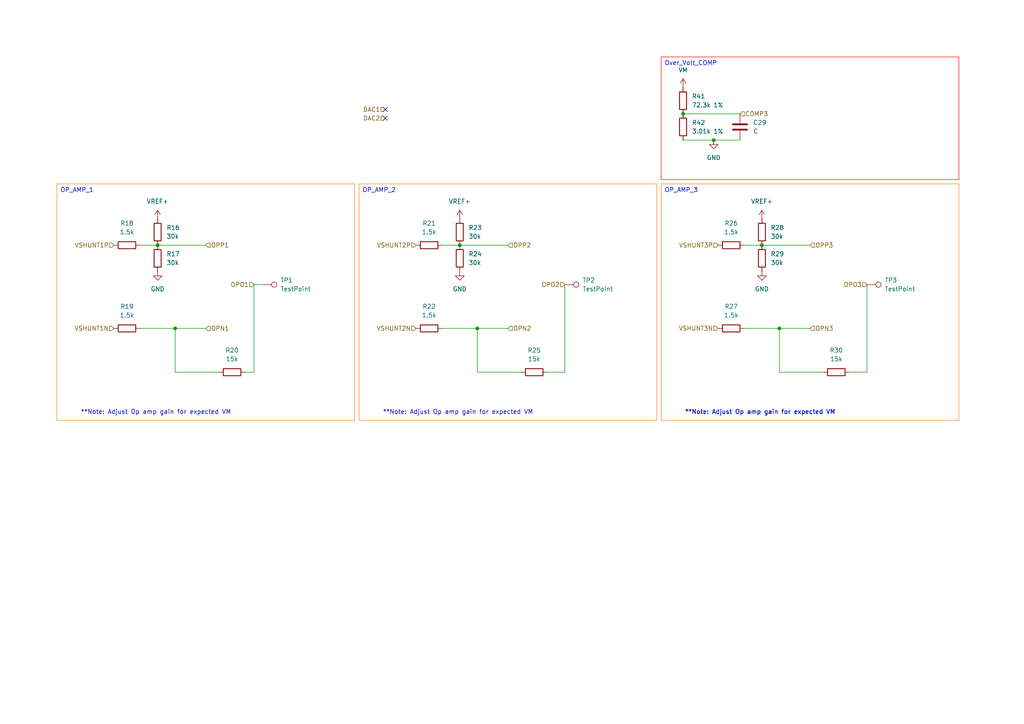
<source format=kicad_sch>
(kicad_sch (version 20231120) (generator "eeschema") (generator_version "8.0")
  (paper "A4")
  (lib_symbols
    (symbol "Connector:TestPoint" (pin_numbers hide) (pin_names (offset 0.762) hide)
      (property "Reference" "TP" (at 0 6.858 0))
      (property "Value" "TestPoint" (at 0 5.08 0))
      (symbol "TestPoint_0_1"
        (circle (center 0 3.302) (radius 0.762))
      )
      (symbol "TestPoint_1_1"
        (pin passive line (at 0 0 90) (length 2.54) (name "1") (number "1"))
      )
    )
    (symbol "Device:C" (pin_numbers hide) (pin_names (offset 0.254))
      (property "Reference" "C" (at 0.635 2.54 0))
      (property "Value" "C" (at 0.635 -2.54 0))
      (symbol "C_0_1"
        (polyline (pts (xy -2.032 -0.762) (xy 2.032 -0.762)) (stroke (width 0.508)))
        (polyline (pts (xy -2.032 0.762) (xy 2.032 0.762)) (stroke (width 0.508)))
      )
      (symbol "C_1_1"
        (pin passive line (at 0 3.81 270) (length 2.794) (name "~") (number "1"))
        (pin passive line (at 0 -3.81 90) (length 2.794) (name "~") (number "2"))
      )
    )
    (symbol "Device:R" (pin_numbers hide) (pin_names (offset 0))
      (property "Reference" "R" (at 2.032 0 90))
      (property "Value" "R" (at 0 0 90))
      (symbol "R_0_1"
        (rectangle (start -1.016 -2.54) (end 1.016 2.54) (stroke (width 0.254)))
      )
      (symbol "R_1_1"
        (pin passive line (at 0 3.81 270) (length 1.27) (name "~") (number "1"))
        (pin passive line (at 0 -3.81 90) (length 1.27) (name "~") (number "2"))
      )
    )
    (symbol "power:GND" (power) (pin_numbers hide) (pin_names (offset 0) hide)
      (property "Value" "GND" (at 0 -3.81 0))
      (symbol "GND_0_1"
        (polyline (pts (xy 0 0) (xy 0 -1.27) (xy 1.27 -1.27) (xy 0 -2.54) (xy -1.27 -1.27) (xy 0 -1.27)))
      )
      (symbol "GND_1_1"
        (pin power_in line (at 0 0 270) (length 0) (name "~") (number "1"))
      )
    )
    (symbol "power:VCC" (power) (pin_numbers hide) (pin_names (offset 0) hide)
      (property "Value" "VCC" (at 0 3.556 0))
      (symbol "VCC_0_1"
        (polyline (pts (xy -0.762 1.27) (xy 0 2.54)))
        (polyline (pts (xy 0 0) (xy 0 2.54)))
        (polyline (pts (xy 0 2.54) (xy 0.762 1.27)))
      )
      (symbol "VCC_1_1"
        (pin power_in line (at 0 0 90) (length 0) (name "~") (number "1"))
      )
    )
  )
  (junction (at 198.12 33.02))
  (junction (at 133.35 71.12))
  (junction (at 45.72 71.12))
  (junction (at 207.01 40.64))
  (junction (at 50.8 95.25))
  (junction (at 220.98 71.12))
  (junction (at 138.43 95.25))
  (junction (at 226.06 95.25))
  (no_connect (at 111.76 34.29))
  (no_connect (at 111.76 31.75))
  (wire (pts (xy 163.83 107.95) (xy 163.83 82.55)))
  (wire (pts (xy 220.98 71.12) (xy 234.95 71.12)))
  (wire (pts (xy 73.66 107.95) (xy 71.12 107.95)))
  (wire (pts (xy 238.76 107.95) (xy 226.06 107.95)))
  (wire (pts (xy 215.9 71.12) (xy 220.98 71.12)))
  (wire (pts (xy 50.8 95.25) (xy 59.69 95.25)))
  (wire (pts (xy 40.64 71.12) (xy 45.72 71.12)))
  (wire (pts (xy 198.12 40.64) (xy 207.01 40.64)))
  (wire (pts (xy 138.43 107.95) (xy 138.43 95.25)))
  (wire (pts (xy 128.27 71.12) (xy 133.35 71.12)))
  (wire (pts (xy 198.12 33.02) (xy 214.63 33.02)))
  (wire (pts (xy 73.66 82.55) (xy 76.2 82.55)))
  (wire (pts (xy 50.8 107.95) (xy 50.8 95.25)))
  (wire (pts (xy 251.46 107.95) (xy 251.46 82.55)))
  (wire (pts (xy 215.9 95.25) (xy 226.06 95.25)))
  (wire (pts (xy 128.27 95.25) (xy 138.43 95.25)))
  (wire (pts (xy 207.01 40.64) (xy 214.63 40.64)))
  (wire (pts (xy 163.83 107.95) (xy 158.75 107.95)))
  (wire (pts (xy 151.13 107.95) (xy 138.43 107.95)))
  (wire (pts (xy 45.72 71.12) (xy 59.69 71.12)))
  (wire (pts (xy 226.06 95.25) (xy 234.95 95.25)))
  (wire (pts (xy 251.46 107.95) (xy 246.38 107.95)))
  (wire (pts (xy 40.64 95.25) (xy 50.8 95.25)))
  (wire (pts (xy 73.66 107.95) (xy 73.66 82.55)))
  (wire (pts (xy 63.5 107.95) (xy 50.8 107.95)))
  (wire (pts (xy 138.43 95.25) (xy 147.32 95.25)))
  (wire (pts (xy 133.35 71.12) (xy 147.32 71.12)))
  (wire (pts (xy 226.06 107.95) (xy 226.06 95.25)))
  (text_box "OP_AMP_2\n" (at 104.14 53.34 0) (size 86.36 68.58) (stroke (width 0) (color 255 130 17 1)) (effects (font (size 1.27 1.27)) (justify left top)))
  (text_box "OP_AMP_1\n" (at 16.51 53.34 0) (size 86.36 68.58) (stroke (width 0) (color 255 130 17 1)) (effects (font (size 1.27 1.27)) (justify left top)))
  (text_box "Over_Volt_COMP\n" (at 191.77 16.51 0) (size 86.36 35.56) (stroke (width 0) (color 255 7 0 1)) (effects (font (size 1.27 1.27)) (justify left top)))
  (text_box "OP_AMP_3\n" (at 191.77 53.34 0) (size 86.36 68.58) (stroke (width 0) (color 255 130 17 1)) (effects (font (size 1.27 1.27)) (justify left top)))
  (text "**Note: Adjust Op amp gain for expected VM\n" (at 132.842 119.634 0) (effects (font (size 1.27 1.27))))
  (text "**Note: Adjust Op amp gain for expected VM\n" (at 45.212 119.634 0) (effects (font (size 1.27 1.27))))
  (text "**Note: Adjust Op amp gain for expected VM\n" (at 220.472 119.634 0) (effects (font (size 1.27 1.27))))
  (text "**Note: Adjust Op amp gain for expected VM\n" (at 220.472 119.634 0) (effects (font (size 1.27 1.27))))
  (hierarchical_label "OPO2" (shape input) (at 163.83 82.55 180))
  (hierarchical_label "VSHUNT2N" (shape input) (at 120.65 95.25 180))
  (hierarchical_label "OPO1" (shape input) (at 73.66 82.55 180))
  (hierarchical_label "VSHUNT3N" (shape input) (at 208.28 95.25 180))
  (hierarchical_label "OPP1" (shape input) (at 59.69 71.12 0))
  (hierarchical_label "OPO3" (shape input) (at 251.46 82.55 180))
  (hierarchical_label "DAC2" (shape input) (at 111.76 34.29 180))
  (hierarchical_label "OPP3" (shape input) (at 234.95 71.12 0))
  (hierarchical_label "VSHUNT3P" (shape input) (at 208.28 71.12 180))
  (hierarchical_label "COMP3" (shape input) (at 214.63 33.02 0))
  (hierarchical_label "VSHUNT2P" (shape input) (at 120.65 71.12 180))
  (hierarchical_label "VSHUNT1P" (shape input) (at 33.02 71.12 180))
  (hierarchical_label "VSHUNT1N" (shape input) (at 33.02 95.25 180))
  (hierarchical_label "OPP2" (shape input) (at 147.32 71.12 0))
  (hierarchical_label "DAC1" (shape input) (at 111.76 31.75 180))
  (hierarchical_label "OPN3" (shape input) (at 234.95 95.25 0))
  (hierarchical_label "OPN2" (shape input) (at 147.32 95.25 0))
  (hierarchical_label "OPN1" (shape input) (at 59.69 95.25 0))
  (symbol (lib_id "Device:C") (at 214.63 36.83 0) (unit 1)
    (property "Reference" "C29" (at 218.44 35.5599 0) (effects (justify left)))
    (property "Value" "C" (at 218.44 38.0999 0) (effects (justify left)))
    (property "Footprint" "Capacitor_SMD:C_0603_1608Metric_Pad1.08x0.95mm_HandSolder" (effects (hide yes)))
    (property "Description" "Unpolarized capacitor" (effects (hide yes)))
  )
  (symbol (lib_id "power:GND") (at 133.35 78.74 0) (unit 1)
    (property "Reference" "#PWR043" (effects (hide yes)))
    (property "Value" "GND" (at 133.35 83.82 0))
    (property "Description" "Power symbol creates a global label with name \"GND\" , ground" (effects (hide yes)))
  )
  (symbol (lib_id "Device:R") (at 212.09 95.25 90) (unit 1)
    (property "Reference" "R27" (at 212.09 88.9 90))
    (property "Value" "1.5k" (at 212.09 91.44 90))
    (property "Footprint" "Resistor_SMD:R_0603_1608Metric" (effects (hide yes)))
    (property "Description" "Resistor" (effects (hide yes)))
  )
  (symbol (lib_id "power:VCC") (at 45.72 63.5 0) (unit 1)
    (property "Reference" "#PWR040" (effects (hide yes)))
    (property "Value" "VREF+" (at 45.72 58.42 0))
    (property "Description" "Power symbol creates a global label with name \"VCC\"" (effects (hide yes)))
  )
  (symbol (lib_id "Device:R") (at 154.94 107.95 90) (unit 1)
    (property "Reference" "R25" (at 154.94 101.6 90))
    (property "Value" "15k" (at 154.94 104.14 90))
    (property "Footprint" "Resistor_SMD:R_0603_1608Metric" (effects (hide yes)))
    (property "Description" "Resistor" (effects (hide yes)))
  )
  (symbol (lib_id "power:GND") (at 45.72 78.74 0) (unit 1)
    (property "Reference" "#PWR041" (effects (hide yes)))
    (property "Value" "GND" (at 45.72 83.82 0))
    (property "Description" "Power symbol creates a global label with name \"GND\" , ground" (effects (hide yes)))
  )
  (symbol (lib_id "Connector:TestPoint") (at 251.46 82.55 270) (unit 1)
    (property "Reference" "TP3" (at 256.54 81.2799 90) (effects (justify left)))
    (property "Value" "TestPoint" (at 256.54 83.8199 90) (effects (justify left)))
    (property "Footprint" "TestPoint:TestPoint_Pad_2.0x2.0mm" (effects (hide yes)))
    (property "Description" "test point" (effects (hide yes)))
  )
  (symbol (lib_id "Connector:TestPoint") (at 163.83 82.55 270) (unit 1)
    (property "Reference" "TP2" (at 168.91 81.2799 90) (effects (justify left)))
    (property "Value" "TestPoint" (at 168.91 83.8199 90) (effects (justify left)))
    (property "Footprint" "TestPoint:TestPoint_Pad_2.0x2.0mm" (effects (hide yes)))
    (property "Description" "test point" (effects (hide yes)))
  )
  (symbol (lib_id "power:GND") (at 220.98 78.74 0) (unit 1)
    (property "Reference" "#PWR045" (effects (hide yes)))
    (property "Value" "GND" (at 220.98 83.82 0))
    (property "Description" "Power symbol creates a global label with name \"GND\" , ground" (effects (hide yes)))
  )
  (symbol (lib_id "Device:R") (at 133.35 74.93 0) (unit 1)
    (property "Reference" "R24" (at 135.89 73.6599 0) (effects (justify left)))
    (property "Value" "30k" (at 135.89 76.1999 0) (effects (justify left)))
    (property "Footprint" "Resistor_SMD:R_0603_1608Metric" (effects (hide yes)))
    (property "Description" "Resistor" (effects (hide yes)))
  )
  (symbol (lib_id "power:VCC") (at 198.12 25.4 0) (unit 1)
    (property "Reference" "#PWR062" (effects (hide yes)))
    (property "Value" "VM" (at 198.12 20.32 0))
    (property "Description" "Power symbol creates a global label with name \"VCC\"" (effects (hide yes)))
  )
  (symbol (lib_id "Device:R") (at 124.46 95.25 90) (unit 1)
    (property "Reference" "R22" (at 124.46 88.9 90))
    (property "Value" "1.5k" (at 124.46 91.44 90))
    (property "Footprint" "Resistor_SMD:R_0603_1608Metric" (effects (hide yes)))
    (property "Description" "Resistor" (effects (hide yes)))
  )
  (symbol (lib_id "Device:R") (at 124.46 71.12 90) (unit 1)
    (property "Reference" "R21" (at 124.46 64.77 90))
    (property "Value" "1.5k" (at 124.46 67.31 90))
    (property "Footprint" "Resistor_SMD:R_0603_1608Metric" (effects (hide yes)))
    (property "Description" "Resistor" (effects (hide yes)))
  )
  (symbol (lib_id "power:VCC") (at 133.35 63.5 0) (unit 1)
    (property "Reference" "#PWR042" (effects (hide yes)))
    (property "Value" "VREF+" (at 133.35 58.42 0))
    (property "Description" "Power symbol creates a global label with name \"VCC\"" (effects (hide yes)))
  )
  (symbol (lib_id "Connector:TestPoint") (at 76.2 82.55 270) (unit 1)
    (property "Reference" "TP1" (at 81.28 81.2799 90) (effects (justify left)))
    (property "Value" "TestPoint" (at 81.28 83.8199 90) (effects (justify left)))
    (property "Footprint" "TestPoint:TestPoint_Pad_2.0x2.0mm" (effects (hide yes)))
    (property "Description" "test point" (effects (hide yes)))
  )
  (symbol (lib_id "Device:R") (at 36.83 71.12 90) (unit 1)
    (property "Reference" "R18" (at 36.83 64.77 90))
    (property "Value" "1.5k" (at 36.83 67.31 90))
    (property "Footprint" "Resistor_SMD:R_0603_1608Metric" (effects (hide yes)))
    (property "Description" "Resistor" (effects (hide yes)))
  )
  (symbol (lib_id "Device:R") (at 36.83 95.25 90) (unit 1)
    (property "Reference" "R19" (at 36.83 88.9 90))
    (property "Value" "1.5k" (at 36.83 91.44 90))
    (property "Footprint" "Resistor_SMD:R_0603_1608Metric" (effects (hide yes)))
    (property "Description" "Resistor" (effects (hide yes)))
  )
  (symbol (lib_id "Device:R") (at 45.72 67.31 0) (unit 1)
    (property "Reference" "R16" (at 48.26 66.0399 0) (effects (justify left)))
    (property "Value" "30k" (at 48.26 68.5799 0) (effects (justify left)))
    (property "Footprint" "Resistor_SMD:R_0603_1608Metric" (effects (hide yes)))
    (property "Description" "Resistor" (effects (hide yes)))
  )
  (symbol (lib_id "Device:R") (at 220.98 67.31 0) (unit 1)
    (property "Reference" "R28" (at 223.52 66.0399 0) (effects (justify left)))
    (property "Value" "30k" (at 223.52 68.5799 0) (effects (justify left)))
    (property "Footprint" "Resistor_SMD:R_0603_1608Metric" (effects (hide yes)))
    (property "Description" "Resistor" (effects (hide yes)))
  )
  (symbol (lib_id "Device:R") (at 212.09 71.12 90) (unit 1)
    (property "Reference" "R26" (at 212.09 64.77 90))
    (property "Value" "1.5k" (at 212.09 67.31 90))
    (property "Footprint" "Resistor_SMD:R_0603_1608Metric" (effects (hide yes)))
    (property "Description" "Resistor" (effects (hide yes)))
  )
  (symbol (lib_id "Device:R") (at 220.98 74.93 0) (unit 1)
    (property "Reference" "R29" (at 223.52 73.6599 0) (effects (justify left)))
    (property "Value" "30k" (at 223.52 76.1999 0) (effects (justify left)))
    (property "Footprint" "Resistor_SMD:R_0603_1608Metric" (effects (hide yes)))
    (property "Description" "Resistor" (effects (hide yes)))
  )
  (symbol (lib_id "Device:R") (at 198.12 29.21 0) (unit 1)
    (property "Reference" "R41" (at 200.66 27.9399 0) (effects (justify left)))
    (property "Value" "72.3k 1%" (at 200.66 30.4799 0) (effects (justify left)))
    (property "Footprint" "Resistor_SMD:R_0603_1608Metric" (effects (hide yes)))
    (property "Description" "Resistor" (effects (hide yes)))
  )
  (symbol (lib_id "Device:R") (at 242.57 107.95 90) (unit 1)
    (property "Reference" "R30" (at 242.57 101.6 90))
    (property "Value" "15k" (at 242.57 104.14 90))
    (property "Footprint" "Resistor_SMD:R_0603_1608Metric" (effects (hide yes)))
    (property "Description" "Resistor" (effects (hide yes)))
  )
  (symbol (lib_id "Device:R") (at 45.72 74.93 0) (unit 1)
    (property "Reference" "R17" (at 48.26 73.6599 0) (effects (justify left)))
    (property "Value" "30k" (at 48.26 76.1999 0) (effects (justify left)))
    (property "Footprint" "Resistor_SMD:R_0603_1608Metric" (effects (hide yes)))
    (property "Description" "Resistor" (effects (hide yes)))
  )
  (symbol (lib_id "power:GND") (at 207.01 40.64 0) (unit 1)
    (property "Reference" "#PWR061" (effects (hide yes)))
    (property "Value" "GND" (at 207.01 45.72 0))
    (property "Description" "Power symbol creates a global label with name \"GND\" , ground" (effects (hide yes)))
  )
  (symbol (lib_id "Device:R") (at 198.12 36.83 0) (unit 1)
    (property "Reference" "R42" (at 200.66 35.5599 0) (effects (justify left)))
    (property "Value" "3.01k 1%" (at 200.66 38.0999 0) (effects (justify left)))
    (property "Footprint" "Resistor_SMD:R_0603_1608Metric" (effects (hide yes)))
    (property "Description" "Resistor" (effects (hide yes)))
  )
  (symbol (lib_id "Device:R") (at 67.31 107.95 90) (unit 1)
    (property "Reference" "R20" (at 67.31 101.6 90))
    (property "Value" "15k" (at 67.31 104.14 90))
    (property "Footprint" "Resistor_SMD:R_0603_1608Metric" (effects (hide yes)))
    (property "Description" "Resistor" (effects (hide yes)))
  )
  (symbol (lib_id "power:VCC") (at 220.98 63.5 0) (unit 1)
    (property "Reference" "#PWR044" (effects (hide yes)))
    (property "Value" "VREF+" (at 220.98 58.42 0))
    (property "Description" "Power symbol creates a global label with name \"VCC\"" (effects (hide yes)))
  )
  (symbol (lib_id "Device:R") (at 133.35 67.31 0) (unit 1)
    (property "Reference" "R23" (at 135.89 66.0399 0) (effects (justify left)))
    (property "Value" "30k" (at 135.89 68.5799 0) (effects (justify left)))
    (property "Footprint" "Resistor_SMD:R_0603_1608Metric" (effects (hide yes)))
    (property "Description" "Resistor" (effects (hide yes)))
  )
)
</source>
